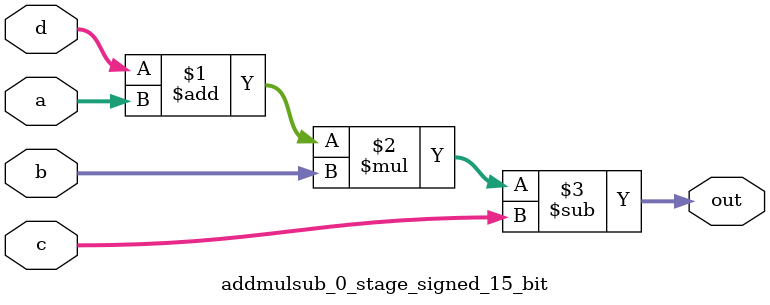
<source format=sv>
(* use_dsp = "yes" *) module addmulsub_0_stage_signed_15_bit(
	input signed [14:0] a,
	input signed [14:0] b,
	input signed [14:0] c,
	input signed [14:0] d,
	output [14:0] out
	);

	assign out = ((d + a) * b) - c;
endmodule

</source>
